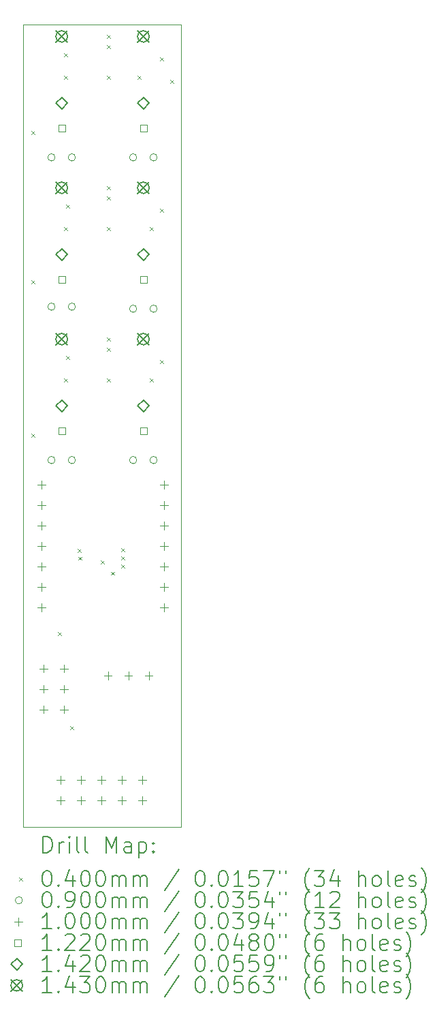
<source format=gbr>
%FSLAX45Y45*%
G04 Gerber Fmt 4.5, Leading zero omitted, Abs format (unit mm)*
G04 Created by KiCad (PCBNEW (6.0.0)) date 2022-06-27 08:37:16*
%MOMM*%
%LPD*%
G01*
G04 APERTURE LIST*
%TA.AperFunction,Profile*%
%ADD10C,0.100000*%
%TD*%
%ADD11C,0.200000*%
%ADD12C,0.040000*%
%ADD13C,0.090000*%
%ADD14C,0.100000*%
%ADD15C,0.122000*%
%ADD16C,0.142000*%
%ADD17C,0.143000*%
G04 APERTURE END LIST*
D10*
X14360805Y-13906500D02*
X16329305Y-13906500D01*
X16329305Y-13906500D02*
X16329305Y-3937000D01*
X16329305Y-3937000D02*
X14360805Y-3937000D01*
X14360805Y-3937000D02*
X14360805Y-13906500D01*
D11*
D12*
X14467805Y-5263200D02*
X14507805Y-5303200D01*
X14507805Y-5263200D02*
X14467805Y-5303200D01*
X14467805Y-7117400D02*
X14507805Y-7157400D01*
X14507805Y-7117400D02*
X14467805Y-7157400D01*
X14467805Y-9022400D02*
X14507805Y-9062400D01*
X14507805Y-9022400D02*
X14467805Y-9062400D01*
X14798005Y-11486200D02*
X14838005Y-11526200D01*
X14838005Y-11486200D02*
X14798005Y-11526200D01*
X14874205Y-4298000D02*
X14914205Y-4338000D01*
X14914205Y-4298000D02*
X14874205Y-4338000D01*
X14874205Y-4577400D02*
X14914205Y-4617400D01*
X14914205Y-4577400D02*
X14874205Y-4617400D01*
X14874205Y-6457000D02*
X14914205Y-6497000D01*
X14914205Y-6457000D02*
X14874205Y-6497000D01*
X14874205Y-8336600D02*
X14914205Y-8376600D01*
X14914205Y-8336600D02*
X14874205Y-8376600D01*
X14899605Y-6177600D02*
X14939605Y-6217600D01*
X14939605Y-6177600D02*
X14899605Y-6217600D01*
X14899605Y-8057200D02*
X14939605Y-8097200D01*
X14939605Y-8057200D02*
X14899605Y-8097200D01*
X14950405Y-12654600D02*
X14990405Y-12694600D01*
X14990405Y-12654600D02*
X14950405Y-12694600D01*
X15044667Y-10448118D02*
X15084667Y-10488118D01*
X15084667Y-10448118D02*
X15044667Y-10488118D01*
X15052109Y-10547791D02*
X15092109Y-10587791D01*
X15092109Y-10547791D02*
X15052109Y-10587791D01*
X15331405Y-10597200D02*
X15371405Y-10637200D01*
X15371405Y-10597200D02*
X15331405Y-10637200D01*
X15407605Y-4067832D02*
X15447605Y-4107832D01*
X15447605Y-4067832D02*
X15407605Y-4107832D01*
X15407605Y-4196400D02*
X15447605Y-4236400D01*
X15447605Y-4196400D02*
X15407605Y-4236400D01*
X15407605Y-4577400D02*
X15447605Y-4617400D01*
X15447605Y-4577400D02*
X15407605Y-4617400D01*
X15407605Y-5949000D02*
X15447605Y-5989000D01*
X15447605Y-5949000D02*
X15407605Y-5989000D01*
X15407605Y-6076000D02*
X15447605Y-6116000D01*
X15447605Y-6076000D02*
X15407605Y-6116000D01*
X15407605Y-6457000D02*
X15447605Y-6497000D01*
X15447605Y-6457000D02*
X15407605Y-6497000D01*
X15407605Y-7828600D02*
X15447605Y-7868600D01*
X15447605Y-7828600D02*
X15407605Y-7868600D01*
X15407605Y-7955600D02*
X15447605Y-7995600D01*
X15447605Y-7955600D02*
X15407605Y-7995600D01*
X15407605Y-8336600D02*
X15447605Y-8376600D01*
X15447605Y-8336600D02*
X15407605Y-8376600D01*
X15458405Y-10734300D02*
X15498405Y-10774300D01*
X15498405Y-10734300D02*
X15458405Y-10774300D01*
X15585405Y-10444800D02*
X15625405Y-10484800D01*
X15625405Y-10444800D02*
X15585405Y-10484800D01*
X15585405Y-10546400D02*
X15625405Y-10586400D01*
X15625405Y-10546400D02*
X15585405Y-10586400D01*
X15585405Y-10648000D02*
X15625405Y-10688000D01*
X15625405Y-10648000D02*
X15585405Y-10688000D01*
X15788605Y-4577400D02*
X15828605Y-4617400D01*
X15828605Y-4577400D02*
X15788605Y-4617400D01*
X15940575Y-8336170D02*
X15980575Y-8376170D01*
X15980575Y-8336170D02*
X15940575Y-8376170D01*
X15941005Y-6457000D02*
X15981005Y-6497000D01*
X15981005Y-6457000D02*
X15941005Y-6497000D01*
X16068005Y-4348800D02*
X16108005Y-4388800D01*
X16108005Y-4348800D02*
X16068005Y-4388800D01*
X16068005Y-6228400D02*
X16108005Y-6268400D01*
X16108005Y-6228400D02*
X16068005Y-6268400D01*
X16068005Y-8108000D02*
X16108005Y-8148000D01*
X16108005Y-8108000D02*
X16068005Y-8148000D01*
X16195005Y-4628200D02*
X16235005Y-4668200D01*
X16235005Y-4628200D02*
X16195005Y-4668200D01*
D13*
X14760905Y-5588000D02*
G75*
G03*
X14760905Y-5588000I-45000J0D01*
G01*
X14760905Y-7442200D02*
G75*
G03*
X14760905Y-7442200I-45000J0D01*
G01*
X14760905Y-9347200D02*
G75*
G03*
X14760905Y-9347200I-45000J0D01*
G01*
X15014905Y-5588000D02*
G75*
G03*
X15014905Y-5588000I-45000J0D01*
G01*
X15014905Y-7442200D02*
G75*
G03*
X15014905Y-7442200I-45000J0D01*
G01*
X15014905Y-9347200D02*
G75*
G03*
X15014905Y-9347200I-45000J0D01*
G01*
X15776905Y-5588000D02*
G75*
G03*
X15776905Y-5588000I-45000J0D01*
G01*
X15776905Y-7467600D02*
G75*
G03*
X15776905Y-7467600I-45000J0D01*
G01*
X15776905Y-9347200D02*
G75*
G03*
X15776905Y-9347200I-45000J0D01*
G01*
X16030905Y-5588000D02*
G75*
G03*
X16030905Y-5588000I-45000J0D01*
G01*
X16030905Y-7467600D02*
G75*
G03*
X16030905Y-7467600I-45000J0D01*
G01*
X16030905Y-9347200D02*
G75*
G03*
X16030905Y-9347200I-45000J0D01*
G01*
D14*
X14589405Y-9602000D02*
X14589405Y-9702000D01*
X14539405Y-9652000D02*
X14639405Y-9652000D01*
X14589405Y-9856000D02*
X14589405Y-9956000D01*
X14539405Y-9906000D02*
X14639405Y-9906000D01*
X14589405Y-10110000D02*
X14589405Y-10210000D01*
X14539405Y-10160000D02*
X14639405Y-10160000D01*
X14589405Y-10364000D02*
X14589405Y-10464000D01*
X14539405Y-10414000D02*
X14639405Y-10414000D01*
X14589405Y-10618000D02*
X14589405Y-10718000D01*
X14539405Y-10668000D02*
X14639405Y-10668000D01*
X14589405Y-10872000D02*
X14589405Y-10972000D01*
X14539405Y-10922000D02*
X14639405Y-10922000D01*
X14589405Y-11126000D02*
X14589405Y-11226000D01*
X14539405Y-11176000D02*
X14639405Y-11176000D01*
X14615305Y-11886500D02*
X14615305Y-11986500D01*
X14565305Y-11936500D02*
X14665305Y-11936500D01*
X14615305Y-12140500D02*
X14615305Y-12240500D01*
X14565305Y-12190500D02*
X14665305Y-12190500D01*
X14615305Y-12394500D02*
X14615305Y-12494500D01*
X14565305Y-12444500D02*
X14665305Y-12444500D01*
X14830705Y-13271350D02*
X14830705Y-13371350D01*
X14780705Y-13321350D02*
X14880705Y-13321350D01*
X14830705Y-13525350D02*
X14830705Y-13625350D01*
X14780705Y-13575350D02*
X14880705Y-13575350D01*
X14869305Y-11886500D02*
X14869305Y-11986500D01*
X14819305Y-11936500D02*
X14919305Y-11936500D01*
X14869305Y-12140500D02*
X14869305Y-12240500D01*
X14819305Y-12190500D02*
X14919305Y-12190500D01*
X14869305Y-12394500D02*
X14869305Y-12494500D01*
X14819305Y-12444500D02*
X14919305Y-12444500D01*
X15084705Y-13271350D02*
X15084705Y-13371350D01*
X15034705Y-13321350D02*
X15134705Y-13321350D01*
X15084705Y-13525350D02*
X15084705Y-13625350D01*
X15034705Y-13575350D02*
X15134705Y-13575350D01*
X15338705Y-13271350D02*
X15338705Y-13371350D01*
X15288705Y-13321350D02*
X15388705Y-13321350D01*
X15338705Y-13525350D02*
X15338705Y-13625350D01*
X15288705Y-13575350D02*
X15388705Y-13575350D01*
X15418305Y-11972050D02*
X15418305Y-12072050D01*
X15368305Y-12022050D02*
X15468305Y-12022050D01*
X15592705Y-13271350D02*
X15592705Y-13371350D01*
X15542705Y-13321350D02*
X15642705Y-13321350D01*
X15592705Y-13525350D02*
X15592705Y-13625350D01*
X15542705Y-13575350D02*
X15642705Y-13575350D01*
X15672305Y-11972050D02*
X15672305Y-12072050D01*
X15622305Y-12022050D02*
X15722305Y-12022050D01*
X15846705Y-13271350D02*
X15846705Y-13371350D01*
X15796705Y-13321350D02*
X15896705Y-13321350D01*
X15846705Y-13525350D02*
X15846705Y-13625350D01*
X15796705Y-13575350D02*
X15896705Y-13575350D01*
X15926305Y-11972050D02*
X15926305Y-12072050D01*
X15876305Y-12022050D02*
X15976305Y-12022050D01*
X16113405Y-9602000D02*
X16113405Y-9702000D01*
X16063405Y-9652000D02*
X16163405Y-9652000D01*
X16113405Y-9856000D02*
X16113405Y-9956000D01*
X16063405Y-9906000D02*
X16163405Y-9906000D01*
X16113405Y-10110000D02*
X16113405Y-10210000D01*
X16063405Y-10160000D02*
X16163405Y-10160000D01*
X16113405Y-10364000D02*
X16113405Y-10464000D01*
X16063405Y-10414000D02*
X16163405Y-10414000D01*
X16113405Y-10618000D02*
X16113405Y-10718000D01*
X16063405Y-10668000D02*
X16163405Y-10668000D01*
X16113405Y-10872000D02*
X16113405Y-10972000D01*
X16063405Y-10922000D02*
X16163405Y-10922000D01*
X16113405Y-11126000D02*
X16113405Y-11226000D01*
X16063405Y-11176000D02*
X16163405Y-11176000D01*
D15*
X14886539Y-5269334D02*
X14886539Y-5183066D01*
X14800271Y-5183066D01*
X14800271Y-5269334D01*
X14886539Y-5269334D01*
X14886539Y-7148934D02*
X14886539Y-7062666D01*
X14800271Y-7062666D01*
X14800271Y-7148934D01*
X14886539Y-7148934D01*
X14886539Y-9028534D02*
X14886539Y-8942266D01*
X14800271Y-8942266D01*
X14800271Y-9028534D01*
X14886539Y-9028534D01*
X15902539Y-5269334D02*
X15902539Y-5183066D01*
X15816271Y-5183066D01*
X15816271Y-5269334D01*
X15902539Y-5269334D01*
X15902539Y-7148934D02*
X15902539Y-7062666D01*
X15816271Y-7062666D01*
X15816271Y-7148934D01*
X15902539Y-7148934D01*
X15902539Y-9028534D02*
X15902539Y-8942266D01*
X15816271Y-8942266D01*
X15816271Y-9028534D01*
X15902539Y-9028534D01*
D16*
X14843405Y-4987200D02*
X14914405Y-4916200D01*
X14843405Y-4845200D01*
X14772405Y-4916200D01*
X14843405Y-4987200D01*
X14843405Y-6866800D02*
X14914405Y-6795800D01*
X14843405Y-6724800D01*
X14772405Y-6795800D01*
X14843405Y-6866800D01*
X14843405Y-8746400D02*
X14914405Y-8675400D01*
X14843405Y-8604400D01*
X14772405Y-8675400D01*
X14843405Y-8746400D01*
X15859405Y-4987200D02*
X15930405Y-4916200D01*
X15859405Y-4845200D01*
X15788405Y-4916200D01*
X15859405Y-4987200D01*
X15859405Y-6866800D02*
X15930405Y-6795800D01*
X15859405Y-6724800D01*
X15788405Y-6795800D01*
X15859405Y-6866800D01*
X15859405Y-8746400D02*
X15930405Y-8675400D01*
X15859405Y-8604400D01*
X15788405Y-8675400D01*
X15859405Y-8746400D01*
D17*
X14771905Y-4014700D02*
X14914905Y-4157700D01*
X14914905Y-4014700D02*
X14771905Y-4157700D01*
X14914905Y-4086200D02*
G75*
G03*
X14914905Y-4086200I-71500J0D01*
G01*
X14771905Y-5894300D02*
X14914905Y-6037300D01*
X14914905Y-5894300D02*
X14771905Y-6037300D01*
X14914905Y-5965800D02*
G75*
G03*
X14914905Y-5965800I-71500J0D01*
G01*
X14771905Y-7773900D02*
X14914905Y-7916900D01*
X14914905Y-7773900D02*
X14771905Y-7916900D01*
X14914905Y-7845400D02*
G75*
G03*
X14914905Y-7845400I-71500J0D01*
G01*
X15787905Y-4014700D02*
X15930905Y-4157700D01*
X15930905Y-4014700D02*
X15787905Y-4157700D01*
X15930905Y-4086200D02*
G75*
G03*
X15930905Y-4086200I-71500J0D01*
G01*
X15787905Y-5894300D02*
X15930905Y-6037300D01*
X15930905Y-5894300D02*
X15787905Y-6037300D01*
X15930905Y-5965800D02*
G75*
G03*
X15930905Y-5965800I-71500J0D01*
G01*
X15787905Y-7773900D02*
X15930905Y-7916900D01*
X15930905Y-7773900D02*
X15787905Y-7916900D01*
X15930905Y-7845400D02*
G75*
G03*
X15930905Y-7845400I-71500J0D01*
G01*
D11*
X14613424Y-14221976D02*
X14613424Y-14021976D01*
X14661043Y-14021976D01*
X14689614Y-14031500D01*
X14708662Y-14050548D01*
X14718186Y-14069595D01*
X14727709Y-14107690D01*
X14727709Y-14136262D01*
X14718186Y-14174357D01*
X14708662Y-14193405D01*
X14689614Y-14212452D01*
X14661043Y-14221976D01*
X14613424Y-14221976D01*
X14813424Y-14221976D02*
X14813424Y-14088643D01*
X14813424Y-14126738D02*
X14822948Y-14107690D01*
X14832471Y-14098167D01*
X14851519Y-14088643D01*
X14870567Y-14088643D01*
X14937233Y-14221976D02*
X14937233Y-14088643D01*
X14937233Y-14021976D02*
X14927709Y-14031500D01*
X14937233Y-14041024D01*
X14946757Y-14031500D01*
X14937233Y-14021976D01*
X14937233Y-14041024D01*
X15061043Y-14221976D02*
X15041995Y-14212452D01*
X15032471Y-14193405D01*
X15032471Y-14021976D01*
X15165805Y-14221976D02*
X15146757Y-14212452D01*
X15137233Y-14193405D01*
X15137233Y-14021976D01*
X15394376Y-14221976D02*
X15394376Y-14021976D01*
X15461043Y-14164833D01*
X15527709Y-14021976D01*
X15527709Y-14221976D01*
X15708662Y-14221976D02*
X15708662Y-14117214D01*
X15699138Y-14098167D01*
X15680090Y-14088643D01*
X15641995Y-14088643D01*
X15622948Y-14098167D01*
X15708662Y-14212452D02*
X15689614Y-14221976D01*
X15641995Y-14221976D01*
X15622948Y-14212452D01*
X15613424Y-14193405D01*
X15613424Y-14174357D01*
X15622948Y-14155309D01*
X15641995Y-14145786D01*
X15689614Y-14145786D01*
X15708662Y-14136262D01*
X15803900Y-14088643D02*
X15803900Y-14288643D01*
X15803900Y-14098167D02*
X15822948Y-14088643D01*
X15861043Y-14088643D01*
X15880090Y-14098167D01*
X15889614Y-14107690D01*
X15899138Y-14126738D01*
X15899138Y-14183881D01*
X15889614Y-14202928D01*
X15880090Y-14212452D01*
X15861043Y-14221976D01*
X15822948Y-14221976D01*
X15803900Y-14212452D01*
X15984852Y-14202928D02*
X15994376Y-14212452D01*
X15984852Y-14221976D01*
X15975329Y-14212452D01*
X15984852Y-14202928D01*
X15984852Y-14221976D01*
X15984852Y-14098167D02*
X15994376Y-14107690D01*
X15984852Y-14117214D01*
X15975329Y-14107690D01*
X15984852Y-14098167D01*
X15984852Y-14117214D01*
D12*
X14315805Y-14531500D02*
X14355805Y-14571500D01*
X14355805Y-14531500D02*
X14315805Y-14571500D01*
D11*
X14651519Y-14441976D02*
X14670567Y-14441976D01*
X14689614Y-14451500D01*
X14699138Y-14461024D01*
X14708662Y-14480071D01*
X14718186Y-14518167D01*
X14718186Y-14565786D01*
X14708662Y-14603881D01*
X14699138Y-14622928D01*
X14689614Y-14632452D01*
X14670567Y-14641976D01*
X14651519Y-14641976D01*
X14632471Y-14632452D01*
X14622948Y-14622928D01*
X14613424Y-14603881D01*
X14603900Y-14565786D01*
X14603900Y-14518167D01*
X14613424Y-14480071D01*
X14622948Y-14461024D01*
X14632471Y-14451500D01*
X14651519Y-14441976D01*
X14803900Y-14622928D02*
X14813424Y-14632452D01*
X14803900Y-14641976D01*
X14794376Y-14632452D01*
X14803900Y-14622928D01*
X14803900Y-14641976D01*
X14984852Y-14508643D02*
X14984852Y-14641976D01*
X14937233Y-14432452D02*
X14889614Y-14575309D01*
X15013424Y-14575309D01*
X15127709Y-14441976D02*
X15146757Y-14441976D01*
X15165805Y-14451500D01*
X15175329Y-14461024D01*
X15184852Y-14480071D01*
X15194376Y-14518167D01*
X15194376Y-14565786D01*
X15184852Y-14603881D01*
X15175329Y-14622928D01*
X15165805Y-14632452D01*
X15146757Y-14641976D01*
X15127709Y-14641976D01*
X15108662Y-14632452D01*
X15099138Y-14622928D01*
X15089614Y-14603881D01*
X15080090Y-14565786D01*
X15080090Y-14518167D01*
X15089614Y-14480071D01*
X15099138Y-14461024D01*
X15108662Y-14451500D01*
X15127709Y-14441976D01*
X15318186Y-14441976D02*
X15337233Y-14441976D01*
X15356281Y-14451500D01*
X15365805Y-14461024D01*
X15375329Y-14480071D01*
X15384852Y-14518167D01*
X15384852Y-14565786D01*
X15375329Y-14603881D01*
X15365805Y-14622928D01*
X15356281Y-14632452D01*
X15337233Y-14641976D01*
X15318186Y-14641976D01*
X15299138Y-14632452D01*
X15289614Y-14622928D01*
X15280090Y-14603881D01*
X15270567Y-14565786D01*
X15270567Y-14518167D01*
X15280090Y-14480071D01*
X15289614Y-14461024D01*
X15299138Y-14451500D01*
X15318186Y-14441976D01*
X15470567Y-14641976D02*
X15470567Y-14508643D01*
X15470567Y-14527690D02*
X15480090Y-14518167D01*
X15499138Y-14508643D01*
X15527709Y-14508643D01*
X15546757Y-14518167D01*
X15556281Y-14537214D01*
X15556281Y-14641976D01*
X15556281Y-14537214D02*
X15565805Y-14518167D01*
X15584852Y-14508643D01*
X15613424Y-14508643D01*
X15632471Y-14518167D01*
X15641995Y-14537214D01*
X15641995Y-14641976D01*
X15737233Y-14641976D02*
X15737233Y-14508643D01*
X15737233Y-14527690D02*
X15746757Y-14518167D01*
X15765805Y-14508643D01*
X15794376Y-14508643D01*
X15813424Y-14518167D01*
X15822948Y-14537214D01*
X15822948Y-14641976D01*
X15822948Y-14537214D02*
X15832471Y-14518167D01*
X15851519Y-14508643D01*
X15880090Y-14508643D01*
X15899138Y-14518167D01*
X15908662Y-14537214D01*
X15908662Y-14641976D01*
X16299138Y-14432452D02*
X16127709Y-14689595D01*
X16556281Y-14441976D02*
X16575329Y-14441976D01*
X16594376Y-14451500D01*
X16603900Y-14461024D01*
X16613424Y-14480071D01*
X16622948Y-14518167D01*
X16622948Y-14565786D01*
X16613424Y-14603881D01*
X16603900Y-14622928D01*
X16594376Y-14632452D01*
X16575329Y-14641976D01*
X16556281Y-14641976D01*
X16537233Y-14632452D01*
X16527709Y-14622928D01*
X16518186Y-14603881D01*
X16508662Y-14565786D01*
X16508662Y-14518167D01*
X16518186Y-14480071D01*
X16527709Y-14461024D01*
X16537233Y-14451500D01*
X16556281Y-14441976D01*
X16708662Y-14622928D02*
X16718186Y-14632452D01*
X16708662Y-14641976D01*
X16699138Y-14632452D01*
X16708662Y-14622928D01*
X16708662Y-14641976D01*
X16841995Y-14441976D02*
X16861043Y-14441976D01*
X16880091Y-14451500D01*
X16889614Y-14461024D01*
X16899138Y-14480071D01*
X16908662Y-14518167D01*
X16908662Y-14565786D01*
X16899138Y-14603881D01*
X16889614Y-14622928D01*
X16880091Y-14632452D01*
X16861043Y-14641976D01*
X16841995Y-14641976D01*
X16822948Y-14632452D01*
X16813424Y-14622928D01*
X16803900Y-14603881D01*
X16794376Y-14565786D01*
X16794376Y-14518167D01*
X16803900Y-14480071D01*
X16813424Y-14461024D01*
X16822948Y-14451500D01*
X16841995Y-14441976D01*
X17099138Y-14641976D02*
X16984852Y-14641976D01*
X17041995Y-14641976D02*
X17041995Y-14441976D01*
X17022948Y-14470548D01*
X17003900Y-14489595D01*
X16984852Y-14499119D01*
X17280091Y-14441976D02*
X17184852Y-14441976D01*
X17175329Y-14537214D01*
X17184852Y-14527690D01*
X17203900Y-14518167D01*
X17251519Y-14518167D01*
X17270567Y-14527690D01*
X17280091Y-14537214D01*
X17289614Y-14556262D01*
X17289614Y-14603881D01*
X17280091Y-14622928D01*
X17270567Y-14632452D01*
X17251519Y-14641976D01*
X17203900Y-14641976D01*
X17184852Y-14632452D01*
X17175329Y-14622928D01*
X17356281Y-14441976D02*
X17489614Y-14441976D01*
X17403900Y-14641976D01*
X17556281Y-14441976D02*
X17556281Y-14480071D01*
X17632471Y-14441976D02*
X17632471Y-14480071D01*
X17927710Y-14718167D02*
X17918186Y-14708643D01*
X17899138Y-14680071D01*
X17889614Y-14661024D01*
X17880091Y-14632452D01*
X17870567Y-14584833D01*
X17870567Y-14546738D01*
X17880091Y-14499119D01*
X17889614Y-14470548D01*
X17899138Y-14451500D01*
X17918186Y-14422928D01*
X17927710Y-14413405D01*
X17984852Y-14441976D02*
X18108662Y-14441976D01*
X18041995Y-14518167D01*
X18070567Y-14518167D01*
X18089614Y-14527690D01*
X18099138Y-14537214D01*
X18108662Y-14556262D01*
X18108662Y-14603881D01*
X18099138Y-14622928D01*
X18089614Y-14632452D01*
X18070567Y-14641976D01*
X18013424Y-14641976D01*
X17994376Y-14632452D01*
X17984852Y-14622928D01*
X18280091Y-14508643D02*
X18280091Y-14641976D01*
X18232471Y-14432452D02*
X18184852Y-14575309D01*
X18308662Y-14575309D01*
X18537233Y-14641976D02*
X18537233Y-14441976D01*
X18622948Y-14641976D02*
X18622948Y-14537214D01*
X18613424Y-14518167D01*
X18594376Y-14508643D01*
X18565805Y-14508643D01*
X18546757Y-14518167D01*
X18537233Y-14527690D01*
X18746757Y-14641976D02*
X18727710Y-14632452D01*
X18718186Y-14622928D01*
X18708662Y-14603881D01*
X18708662Y-14546738D01*
X18718186Y-14527690D01*
X18727710Y-14518167D01*
X18746757Y-14508643D01*
X18775329Y-14508643D01*
X18794376Y-14518167D01*
X18803900Y-14527690D01*
X18813424Y-14546738D01*
X18813424Y-14603881D01*
X18803900Y-14622928D01*
X18794376Y-14632452D01*
X18775329Y-14641976D01*
X18746757Y-14641976D01*
X18927710Y-14641976D02*
X18908662Y-14632452D01*
X18899138Y-14613405D01*
X18899138Y-14441976D01*
X19080091Y-14632452D02*
X19061043Y-14641976D01*
X19022948Y-14641976D01*
X19003900Y-14632452D01*
X18994376Y-14613405D01*
X18994376Y-14537214D01*
X19003900Y-14518167D01*
X19022948Y-14508643D01*
X19061043Y-14508643D01*
X19080091Y-14518167D01*
X19089614Y-14537214D01*
X19089614Y-14556262D01*
X18994376Y-14575309D01*
X19165805Y-14632452D02*
X19184852Y-14641976D01*
X19222948Y-14641976D01*
X19241995Y-14632452D01*
X19251519Y-14613405D01*
X19251519Y-14603881D01*
X19241995Y-14584833D01*
X19222948Y-14575309D01*
X19194376Y-14575309D01*
X19175329Y-14565786D01*
X19165805Y-14546738D01*
X19165805Y-14537214D01*
X19175329Y-14518167D01*
X19194376Y-14508643D01*
X19222948Y-14508643D01*
X19241995Y-14518167D01*
X19318186Y-14718167D02*
X19327710Y-14708643D01*
X19346757Y-14680071D01*
X19356281Y-14661024D01*
X19365805Y-14632452D01*
X19375329Y-14584833D01*
X19375329Y-14546738D01*
X19365805Y-14499119D01*
X19356281Y-14470548D01*
X19346757Y-14451500D01*
X19327710Y-14422928D01*
X19318186Y-14413405D01*
D13*
X14355805Y-14815500D02*
G75*
G03*
X14355805Y-14815500I-45000J0D01*
G01*
D11*
X14651519Y-14705976D02*
X14670567Y-14705976D01*
X14689614Y-14715500D01*
X14699138Y-14725024D01*
X14708662Y-14744071D01*
X14718186Y-14782167D01*
X14718186Y-14829786D01*
X14708662Y-14867881D01*
X14699138Y-14886928D01*
X14689614Y-14896452D01*
X14670567Y-14905976D01*
X14651519Y-14905976D01*
X14632471Y-14896452D01*
X14622948Y-14886928D01*
X14613424Y-14867881D01*
X14603900Y-14829786D01*
X14603900Y-14782167D01*
X14613424Y-14744071D01*
X14622948Y-14725024D01*
X14632471Y-14715500D01*
X14651519Y-14705976D01*
X14803900Y-14886928D02*
X14813424Y-14896452D01*
X14803900Y-14905976D01*
X14794376Y-14896452D01*
X14803900Y-14886928D01*
X14803900Y-14905976D01*
X14908662Y-14905976D02*
X14946757Y-14905976D01*
X14965805Y-14896452D01*
X14975329Y-14886928D01*
X14994376Y-14858357D01*
X15003900Y-14820262D01*
X15003900Y-14744071D01*
X14994376Y-14725024D01*
X14984852Y-14715500D01*
X14965805Y-14705976D01*
X14927709Y-14705976D01*
X14908662Y-14715500D01*
X14899138Y-14725024D01*
X14889614Y-14744071D01*
X14889614Y-14791690D01*
X14899138Y-14810738D01*
X14908662Y-14820262D01*
X14927709Y-14829786D01*
X14965805Y-14829786D01*
X14984852Y-14820262D01*
X14994376Y-14810738D01*
X15003900Y-14791690D01*
X15127709Y-14705976D02*
X15146757Y-14705976D01*
X15165805Y-14715500D01*
X15175329Y-14725024D01*
X15184852Y-14744071D01*
X15194376Y-14782167D01*
X15194376Y-14829786D01*
X15184852Y-14867881D01*
X15175329Y-14886928D01*
X15165805Y-14896452D01*
X15146757Y-14905976D01*
X15127709Y-14905976D01*
X15108662Y-14896452D01*
X15099138Y-14886928D01*
X15089614Y-14867881D01*
X15080090Y-14829786D01*
X15080090Y-14782167D01*
X15089614Y-14744071D01*
X15099138Y-14725024D01*
X15108662Y-14715500D01*
X15127709Y-14705976D01*
X15318186Y-14705976D02*
X15337233Y-14705976D01*
X15356281Y-14715500D01*
X15365805Y-14725024D01*
X15375329Y-14744071D01*
X15384852Y-14782167D01*
X15384852Y-14829786D01*
X15375329Y-14867881D01*
X15365805Y-14886928D01*
X15356281Y-14896452D01*
X15337233Y-14905976D01*
X15318186Y-14905976D01*
X15299138Y-14896452D01*
X15289614Y-14886928D01*
X15280090Y-14867881D01*
X15270567Y-14829786D01*
X15270567Y-14782167D01*
X15280090Y-14744071D01*
X15289614Y-14725024D01*
X15299138Y-14715500D01*
X15318186Y-14705976D01*
X15470567Y-14905976D02*
X15470567Y-14772643D01*
X15470567Y-14791690D02*
X15480090Y-14782167D01*
X15499138Y-14772643D01*
X15527709Y-14772643D01*
X15546757Y-14782167D01*
X15556281Y-14801214D01*
X15556281Y-14905976D01*
X15556281Y-14801214D02*
X15565805Y-14782167D01*
X15584852Y-14772643D01*
X15613424Y-14772643D01*
X15632471Y-14782167D01*
X15641995Y-14801214D01*
X15641995Y-14905976D01*
X15737233Y-14905976D02*
X15737233Y-14772643D01*
X15737233Y-14791690D02*
X15746757Y-14782167D01*
X15765805Y-14772643D01*
X15794376Y-14772643D01*
X15813424Y-14782167D01*
X15822948Y-14801214D01*
X15822948Y-14905976D01*
X15822948Y-14801214D02*
X15832471Y-14782167D01*
X15851519Y-14772643D01*
X15880090Y-14772643D01*
X15899138Y-14782167D01*
X15908662Y-14801214D01*
X15908662Y-14905976D01*
X16299138Y-14696452D02*
X16127709Y-14953595D01*
X16556281Y-14705976D02*
X16575329Y-14705976D01*
X16594376Y-14715500D01*
X16603900Y-14725024D01*
X16613424Y-14744071D01*
X16622948Y-14782167D01*
X16622948Y-14829786D01*
X16613424Y-14867881D01*
X16603900Y-14886928D01*
X16594376Y-14896452D01*
X16575329Y-14905976D01*
X16556281Y-14905976D01*
X16537233Y-14896452D01*
X16527709Y-14886928D01*
X16518186Y-14867881D01*
X16508662Y-14829786D01*
X16508662Y-14782167D01*
X16518186Y-14744071D01*
X16527709Y-14725024D01*
X16537233Y-14715500D01*
X16556281Y-14705976D01*
X16708662Y-14886928D02*
X16718186Y-14896452D01*
X16708662Y-14905976D01*
X16699138Y-14896452D01*
X16708662Y-14886928D01*
X16708662Y-14905976D01*
X16841995Y-14705976D02*
X16861043Y-14705976D01*
X16880091Y-14715500D01*
X16889614Y-14725024D01*
X16899138Y-14744071D01*
X16908662Y-14782167D01*
X16908662Y-14829786D01*
X16899138Y-14867881D01*
X16889614Y-14886928D01*
X16880091Y-14896452D01*
X16861043Y-14905976D01*
X16841995Y-14905976D01*
X16822948Y-14896452D01*
X16813424Y-14886928D01*
X16803900Y-14867881D01*
X16794376Y-14829786D01*
X16794376Y-14782167D01*
X16803900Y-14744071D01*
X16813424Y-14725024D01*
X16822948Y-14715500D01*
X16841995Y-14705976D01*
X16975329Y-14705976D02*
X17099138Y-14705976D01*
X17032471Y-14782167D01*
X17061043Y-14782167D01*
X17080091Y-14791690D01*
X17089614Y-14801214D01*
X17099138Y-14820262D01*
X17099138Y-14867881D01*
X17089614Y-14886928D01*
X17080091Y-14896452D01*
X17061043Y-14905976D01*
X17003900Y-14905976D01*
X16984852Y-14896452D01*
X16975329Y-14886928D01*
X17280091Y-14705976D02*
X17184852Y-14705976D01*
X17175329Y-14801214D01*
X17184852Y-14791690D01*
X17203900Y-14782167D01*
X17251519Y-14782167D01*
X17270567Y-14791690D01*
X17280091Y-14801214D01*
X17289614Y-14820262D01*
X17289614Y-14867881D01*
X17280091Y-14886928D01*
X17270567Y-14896452D01*
X17251519Y-14905976D01*
X17203900Y-14905976D01*
X17184852Y-14896452D01*
X17175329Y-14886928D01*
X17461043Y-14772643D02*
X17461043Y-14905976D01*
X17413424Y-14696452D02*
X17365805Y-14839309D01*
X17489614Y-14839309D01*
X17556281Y-14705976D02*
X17556281Y-14744071D01*
X17632471Y-14705976D02*
X17632471Y-14744071D01*
X17927710Y-14982167D02*
X17918186Y-14972643D01*
X17899138Y-14944071D01*
X17889614Y-14925024D01*
X17880091Y-14896452D01*
X17870567Y-14848833D01*
X17870567Y-14810738D01*
X17880091Y-14763119D01*
X17889614Y-14734548D01*
X17899138Y-14715500D01*
X17918186Y-14686928D01*
X17927710Y-14677405D01*
X18108662Y-14905976D02*
X17994376Y-14905976D01*
X18051519Y-14905976D02*
X18051519Y-14705976D01*
X18032471Y-14734548D01*
X18013424Y-14753595D01*
X17994376Y-14763119D01*
X18184852Y-14725024D02*
X18194376Y-14715500D01*
X18213424Y-14705976D01*
X18261043Y-14705976D01*
X18280091Y-14715500D01*
X18289614Y-14725024D01*
X18299138Y-14744071D01*
X18299138Y-14763119D01*
X18289614Y-14791690D01*
X18175329Y-14905976D01*
X18299138Y-14905976D01*
X18537233Y-14905976D02*
X18537233Y-14705976D01*
X18622948Y-14905976D02*
X18622948Y-14801214D01*
X18613424Y-14782167D01*
X18594376Y-14772643D01*
X18565805Y-14772643D01*
X18546757Y-14782167D01*
X18537233Y-14791690D01*
X18746757Y-14905976D02*
X18727710Y-14896452D01*
X18718186Y-14886928D01*
X18708662Y-14867881D01*
X18708662Y-14810738D01*
X18718186Y-14791690D01*
X18727710Y-14782167D01*
X18746757Y-14772643D01*
X18775329Y-14772643D01*
X18794376Y-14782167D01*
X18803900Y-14791690D01*
X18813424Y-14810738D01*
X18813424Y-14867881D01*
X18803900Y-14886928D01*
X18794376Y-14896452D01*
X18775329Y-14905976D01*
X18746757Y-14905976D01*
X18927710Y-14905976D02*
X18908662Y-14896452D01*
X18899138Y-14877405D01*
X18899138Y-14705976D01*
X19080091Y-14896452D02*
X19061043Y-14905976D01*
X19022948Y-14905976D01*
X19003900Y-14896452D01*
X18994376Y-14877405D01*
X18994376Y-14801214D01*
X19003900Y-14782167D01*
X19022948Y-14772643D01*
X19061043Y-14772643D01*
X19080091Y-14782167D01*
X19089614Y-14801214D01*
X19089614Y-14820262D01*
X18994376Y-14839309D01*
X19165805Y-14896452D02*
X19184852Y-14905976D01*
X19222948Y-14905976D01*
X19241995Y-14896452D01*
X19251519Y-14877405D01*
X19251519Y-14867881D01*
X19241995Y-14848833D01*
X19222948Y-14839309D01*
X19194376Y-14839309D01*
X19175329Y-14829786D01*
X19165805Y-14810738D01*
X19165805Y-14801214D01*
X19175329Y-14782167D01*
X19194376Y-14772643D01*
X19222948Y-14772643D01*
X19241995Y-14782167D01*
X19318186Y-14982167D02*
X19327710Y-14972643D01*
X19346757Y-14944071D01*
X19356281Y-14925024D01*
X19365805Y-14896452D01*
X19375329Y-14848833D01*
X19375329Y-14810738D01*
X19365805Y-14763119D01*
X19356281Y-14734548D01*
X19346757Y-14715500D01*
X19327710Y-14686928D01*
X19318186Y-14677405D01*
D14*
X14305805Y-15029500D02*
X14305805Y-15129500D01*
X14255805Y-15079500D02*
X14355805Y-15079500D01*
D11*
X14718186Y-15169976D02*
X14603900Y-15169976D01*
X14661043Y-15169976D02*
X14661043Y-14969976D01*
X14641995Y-14998548D01*
X14622948Y-15017595D01*
X14603900Y-15027119D01*
X14803900Y-15150928D02*
X14813424Y-15160452D01*
X14803900Y-15169976D01*
X14794376Y-15160452D01*
X14803900Y-15150928D01*
X14803900Y-15169976D01*
X14937233Y-14969976D02*
X14956281Y-14969976D01*
X14975329Y-14979500D01*
X14984852Y-14989024D01*
X14994376Y-15008071D01*
X15003900Y-15046167D01*
X15003900Y-15093786D01*
X14994376Y-15131881D01*
X14984852Y-15150928D01*
X14975329Y-15160452D01*
X14956281Y-15169976D01*
X14937233Y-15169976D01*
X14918186Y-15160452D01*
X14908662Y-15150928D01*
X14899138Y-15131881D01*
X14889614Y-15093786D01*
X14889614Y-15046167D01*
X14899138Y-15008071D01*
X14908662Y-14989024D01*
X14918186Y-14979500D01*
X14937233Y-14969976D01*
X15127709Y-14969976D02*
X15146757Y-14969976D01*
X15165805Y-14979500D01*
X15175329Y-14989024D01*
X15184852Y-15008071D01*
X15194376Y-15046167D01*
X15194376Y-15093786D01*
X15184852Y-15131881D01*
X15175329Y-15150928D01*
X15165805Y-15160452D01*
X15146757Y-15169976D01*
X15127709Y-15169976D01*
X15108662Y-15160452D01*
X15099138Y-15150928D01*
X15089614Y-15131881D01*
X15080090Y-15093786D01*
X15080090Y-15046167D01*
X15089614Y-15008071D01*
X15099138Y-14989024D01*
X15108662Y-14979500D01*
X15127709Y-14969976D01*
X15318186Y-14969976D02*
X15337233Y-14969976D01*
X15356281Y-14979500D01*
X15365805Y-14989024D01*
X15375329Y-15008071D01*
X15384852Y-15046167D01*
X15384852Y-15093786D01*
X15375329Y-15131881D01*
X15365805Y-15150928D01*
X15356281Y-15160452D01*
X15337233Y-15169976D01*
X15318186Y-15169976D01*
X15299138Y-15160452D01*
X15289614Y-15150928D01*
X15280090Y-15131881D01*
X15270567Y-15093786D01*
X15270567Y-15046167D01*
X15280090Y-15008071D01*
X15289614Y-14989024D01*
X15299138Y-14979500D01*
X15318186Y-14969976D01*
X15470567Y-15169976D02*
X15470567Y-15036643D01*
X15470567Y-15055690D02*
X15480090Y-15046167D01*
X15499138Y-15036643D01*
X15527709Y-15036643D01*
X15546757Y-15046167D01*
X15556281Y-15065214D01*
X15556281Y-15169976D01*
X15556281Y-15065214D02*
X15565805Y-15046167D01*
X15584852Y-15036643D01*
X15613424Y-15036643D01*
X15632471Y-15046167D01*
X15641995Y-15065214D01*
X15641995Y-15169976D01*
X15737233Y-15169976D02*
X15737233Y-15036643D01*
X15737233Y-15055690D02*
X15746757Y-15046167D01*
X15765805Y-15036643D01*
X15794376Y-15036643D01*
X15813424Y-15046167D01*
X15822948Y-15065214D01*
X15822948Y-15169976D01*
X15822948Y-15065214D02*
X15832471Y-15046167D01*
X15851519Y-15036643D01*
X15880090Y-15036643D01*
X15899138Y-15046167D01*
X15908662Y-15065214D01*
X15908662Y-15169976D01*
X16299138Y-14960452D02*
X16127709Y-15217595D01*
X16556281Y-14969976D02*
X16575329Y-14969976D01*
X16594376Y-14979500D01*
X16603900Y-14989024D01*
X16613424Y-15008071D01*
X16622948Y-15046167D01*
X16622948Y-15093786D01*
X16613424Y-15131881D01*
X16603900Y-15150928D01*
X16594376Y-15160452D01*
X16575329Y-15169976D01*
X16556281Y-15169976D01*
X16537233Y-15160452D01*
X16527709Y-15150928D01*
X16518186Y-15131881D01*
X16508662Y-15093786D01*
X16508662Y-15046167D01*
X16518186Y-15008071D01*
X16527709Y-14989024D01*
X16537233Y-14979500D01*
X16556281Y-14969976D01*
X16708662Y-15150928D02*
X16718186Y-15160452D01*
X16708662Y-15169976D01*
X16699138Y-15160452D01*
X16708662Y-15150928D01*
X16708662Y-15169976D01*
X16841995Y-14969976D02*
X16861043Y-14969976D01*
X16880091Y-14979500D01*
X16889614Y-14989024D01*
X16899138Y-15008071D01*
X16908662Y-15046167D01*
X16908662Y-15093786D01*
X16899138Y-15131881D01*
X16889614Y-15150928D01*
X16880091Y-15160452D01*
X16861043Y-15169976D01*
X16841995Y-15169976D01*
X16822948Y-15160452D01*
X16813424Y-15150928D01*
X16803900Y-15131881D01*
X16794376Y-15093786D01*
X16794376Y-15046167D01*
X16803900Y-15008071D01*
X16813424Y-14989024D01*
X16822948Y-14979500D01*
X16841995Y-14969976D01*
X16975329Y-14969976D02*
X17099138Y-14969976D01*
X17032471Y-15046167D01*
X17061043Y-15046167D01*
X17080091Y-15055690D01*
X17089614Y-15065214D01*
X17099138Y-15084262D01*
X17099138Y-15131881D01*
X17089614Y-15150928D01*
X17080091Y-15160452D01*
X17061043Y-15169976D01*
X17003900Y-15169976D01*
X16984852Y-15160452D01*
X16975329Y-15150928D01*
X17194376Y-15169976D02*
X17232471Y-15169976D01*
X17251519Y-15160452D01*
X17261043Y-15150928D01*
X17280091Y-15122357D01*
X17289614Y-15084262D01*
X17289614Y-15008071D01*
X17280091Y-14989024D01*
X17270567Y-14979500D01*
X17251519Y-14969976D01*
X17213424Y-14969976D01*
X17194376Y-14979500D01*
X17184852Y-14989024D01*
X17175329Y-15008071D01*
X17175329Y-15055690D01*
X17184852Y-15074738D01*
X17194376Y-15084262D01*
X17213424Y-15093786D01*
X17251519Y-15093786D01*
X17270567Y-15084262D01*
X17280091Y-15074738D01*
X17289614Y-15055690D01*
X17461043Y-15036643D02*
X17461043Y-15169976D01*
X17413424Y-14960452D02*
X17365805Y-15103309D01*
X17489614Y-15103309D01*
X17556281Y-14969976D02*
X17556281Y-15008071D01*
X17632471Y-14969976D02*
X17632471Y-15008071D01*
X17927710Y-15246167D02*
X17918186Y-15236643D01*
X17899138Y-15208071D01*
X17889614Y-15189024D01*
X17880091Y-15160452D01*
X17870567Y-15112833D01*
X17870567Y-15074738D01*
X17880091Y-15027119D01*
X17889614Y-14998548D01*
X17899138Y-14979500D01*
X17918186Y-14950928D01*
X17927710Y-14941405D01*
X17984852Y-14969976D02*
X18108662Y-14969976D01*
X18041995Y-15046167D01*
X18070567Y-15046167D01*
X18089614Y-15055690D01*
X18099138Y-15065214D01*
X18108662Y-15084262D01*
X18108662Y-15131881D01*
X18099138Y-15150928D01*
X18089614Y-15160452D01*
X18070567Y-15169976D01*
X18013424Y-15169976D01*
X17994376Y-15160452D01*
X17984852Y-15150928D01*
X18175329Y-14969976D02*
X18299138Y-14969976D01*
X18232471Y-15046167D01*
X18261043Y-15046167D01*
X18280091Y-15055690D01*
X18289614Y-15065214D01*
X18299138Y-15084262D01*
X18299138Y-15131881D01*
X18289614Y-15150928D01*
X18280091Y-15160452D01*
X18261043Y-15169976D01*
X18203900Y-15169976D01*
X18184852Y-15160452D01*
X18175329Y-15150928D01*
X18537233Y-15169976D02*
X18537233Y-14969976D01*
X18622948Y-15169976D02*
X18622948Y-15065214D01*
X18613424Y-15046167D01*
X18594376Y-15036643D01*
X18565805Y-15036643D01*
X18546757Y-15046167D01*
X18537233Y-15055690D01*
X18746757Y-15169976D02*
X18727710Y-15160452D01*
X18718186Y-15150928D01*
X18708662Y-15131881D01*
X18708662Y-15074738D01*
X18718186Y-15055690D01*
X18727710Y-15046167D01*
X18746757Y-15036643D01*
X18775329Y-15036643D01*
X18794376Y-15046167D01*
X18803900Y-15055690D01*
X18813424Y-15074738D01*
X18813424Y-15131881D01*
X18803900Y-15150928D01*
X18794376Y-15160452D01*
X18775329Y-15169976D01*
X18746757Y-15169976D01*
X18927710Y-15169976D02*
X18908662Y-15160452D01*
X18899138Y-15141405D01*
X18899138Y-14969976D01*
X19080091Y-15160452D02*
X19061043Y-15169976D01*
X19022948Y-15169976D01*
X19003900Y-15160452D01*
X18994376Y-15141405D01*
X18994376Y-15065214D01*
X19003900Y-15046167D01*
X19022948Y-15036643D01*
X19061043Y-15036643D01*
X19080091Y-15046167D01*
X19089614Y-15065214D01*
X19089614Y-15084262D01*
X18994376Y-15103309D01*
X19165805Y-15160452D02*
X19184852Y-15169976D01*
X19222948Y-15169976D01*
X19241995Y-15160452D01*
X19251519Y-15141405D01*
X19251519Y-15131881D01*
X19241995Y-15112833D01*
X19222948Y-15103309D01*
X19194376Y-15103309D01*
X19175329Y-15093786D01*
X19165805Y-15074738D01*
X19165805Y-15065214D01*
X19175329Y-15046167D01*
X19194376Y-15036643D01*
X19222948Y-15036643D01*
X19241995Y-15046167D01*
X19318186Y-15246167D02*
X19327710Y-15236643D01*
X19346757Y-15208071D01*
X19356281Y-15189024D01*
X19365805Y-15160452D01*
X19375329Y-15112833D01*
X19375329Y-15074738D01*
X19365805Y-15027119D01*
X19356281Y-14998548D01*
X19346757Y-14979500D01*
X19327710Y-14950928D01*
X19318186Y-14941405D01*
D15*
X14337939Y-15386634D02*
X14337939Y-15300366D01*
X14251671Y-15300366D01*
X14251671Y-15386634D01*
X14337939Y-15386634D01*
D11*
X14718186Y-15433976D02*
X14603900Y-15433976D01*
X14661043Y-15433976D02*
X14661043Y-15233976D01*
X14641995Y-15262548D01*
X14622948Y-15281595D01*
X14603900Y-15291119D01*
X14803900Y-15414928D02*
X14813424Y-15424452D01*
X14803900Y-15433976D01*
X14794376Y-15424452D01*
X14803900Y-15414928D01*
X14803900Y-15433976D01*
X14889614Y-15253024D02*
X14899138Y-15243500D01*
X14918186Y-15233976D01*
X14965805Y-15233976D01*
X14984852Y-15243500D01*
X14994376Y-15253024D01*
X15003900Y-15272071D01*
X15003900Y-15291119D01*
X14994376Y-15319690D01*
X14880090Y-15433976D01*
X15003900Y-15433976D01*
X15080090Y-15253024D02*
X15089614Y-15243500D01*
X15108662Y-15233976D01*
X15156281Y-15233976D01*
X15175329Y-15243500D01*
X15184852Y-15253024D01*
X15194376Y-15272071D01*
X15194376Y-15291119D01*
X15184852Y-15319690D01*
X15070567Y-15433976D01*
X15194376Y-15433976D01*
X15318186Y-15233976D02*
X15337233Y-15233976D01*
X15356281Y-15243500D01*
X15365805Y-15253024D01*
X15375329Y-15272071D01*
X15384852Y-15310167D01*
X15384852Y-15357786D01*
X15375329Y-15395881D01*
X15365805Y-15414928D01*
X15356281Y-15424452D01*
X15337233Y-15433976D01*
X15318186Y-15433976D01*
X15299138Y-15424452D01*
X15289614Y-15414928D01*
X15280090Y-15395881D01*
X15270567Y-15357786D01*
X15270567Y-15310167D01*
X15280090Y-15272071D01*
X15289614Y-15253024D01*
X15299138Y-15243500D01*
X15318186Y-15233976D01*
X15470567Y-15433976D02*
X15470567Y-15300643D01*
X15470567Y-15319690D02*
X15480090Y-15310167D01*
X15499138Y-15300643D01*
X15527709Y-15300643D01*
X15546757Y-15310167D01*
X15556281Y-15329214D01*
X15556281Y-15433976D01*
X15556281Y-15329214D02*
X15565805Y-15310167D01*
X15584852Y-15300643D01*
X15613424Y-15300643D01*
X15632471Y-15310167D01*
X15641995Y-15329214D01*
X15641995Y-15433976D01*
X15737233Y-15433976D02*
X15737233Y-15300643D01*
X15737233Y-15319690D02*
X15746757Y-15310167D01*
X15765805Y-15300643D01*
X15794376Y-15300643D01*
X15813424Y-15310167D01*
X15822948Y-15329214D01*
X15822948Y-15433976D01*
X15822948Y-15329214D02*
X15832471Y-15310167D01*
X15851519Y-15300643D01*
X15880090Y-15300643D01*
X15899138Y-15310167D01*
X15908662Y-15329214D01*
X15908662Y-15433976D01*
X16299138Y-15224452D02*
X16127709Y-15481595D01*
X16556281Y-15233976D02*
X16575329Y-15233976D01*
X16594376Y-15243500D01*
X16603900Y-15253024D01*
X16613424Y-15272071D01*
X16622948Y-15310167D01*
X16622948Y-15357786D01*
X16613424Y-15395881D01*
X16603900Y-15414928D01*
X16594376Y-15424452D01*
X16575329Y-15433976D01*
X16556281Y-15433976D01*
X16537233Y-15424452D01*
X16527709Y-15414928D01*
X16518186Y-15395881D01*
X16508662Y-15357786D01*
X16508662Y-15310167D01*
X16518186Y-15272071D01*
X16527709Y-15253024D01*
X16537233Y-15243500D01*
X16556281Y-15233976D01*
X16708662Y-15414928D02*
X16718186Y-15424452D01*
X16708662Y-15433976D01*
X16699138Y-15424452D01*
X16708662Y-15414928D01*
X16708662Y-15433976D01*
X16841995Y-15233976D02*
X16861043Y-15233976D01*
X16880091Y-15243500D01*
X16889614Y-15253024D01*
X16899138Y-15272071D01*
X16908662Y-15310167D01*
X16908662Y-15357786D01*
X16899138Y-15395881D01*
X16889614Y-15414928D01*
X16880091Y-15424452D01*
X16861043Y-15433976D01*
X16841995Y-15433976D01*
X16822948Y-15424452D01*
X16813424Y-15414928D01*
X16803900Y-15395881D01*
X16794376Y-15357786D01*
X16794376Y-15310167D01*
X16803900Y-15272071D01*
X16813424Y-15253024D01*
X16822948Y-15243500D01*
X16841995Y-15233976D01*
X17080091Y-15300643D02*
X17080091Y-15433976D01*
X17032471Y-15224452D02*
X16984852Y-15367309D01*
X17108662Y-15367309D01*
X17213424Y-15319690D02*
X17194376Y-15310167D01*
X17184852Y-15300643D01*
X17175329Y-15281595D01*
X17175329Y-15272071D01*
X17184852Y-15253024D01*
X17194376Y-15243500D01*
X17213424Y-15233976D01*
X17251519Y-15233976D01*
X17270567Y-15243500D01*
X17280091Y-15253024D01*
X17289614Y-15272071D01*
X17289614Y-15281595D01*
X17280091Y-15300643D01*
X17270567Y-15310167D01*
X17251519Y-15319690D01*
X17213424Y-15319690D01*
X17194376Y-15329214D01*
X17184852Y-15338738D01*
X17175329Y-15357786D01*
X17175329Y-15395881D01*
X17184852Y-15414928D01*
X17194376Y-15424452D01*
X17213424Y-15433976D01*
X17251519Y-15433976D01*
X17270567Y-15424452D01*
X17280091Y-15414928D01*
X17289614Y-15395881D01*
X17289614Y-15357786D01*
X17280091Y-15338738D01*
X17270567Y-15329214D01*
X17251519Y-15319690D01*
X17413424Y-15233976D02*
X17432471Y-15233976D01*
X17451519Y-15243500D01*
X17461043Y-15253024D01*
X17470567Y-15272071D01*
X17480091Y-15310167D01*
X17480091Y-15357786D01*
X17470567Y-15395881D01*
X17461043Y-15414928D01*
X17451519Y-15424452D01*
X17432471Y-15433976D01*
X17413424Y-15433976D01*
X17394376Y-15424452D01*
X17384852Y-15414928D01*
X17375329Y-15395881D01*
X17365805Y-15357786D01*
X17365805Y-15310167D01*
X17375329Y-15272071D01*
X17384852Y-15253024D01*
X17394376Y-15243500D01*
X17413424Y-15233976D01*
X17556281Y-15233976D02*
X17556281Y-15272071D01*
X17632471Y-15233976D02*
X17632471Y-15272071D01*
X17927710Y-15510167D02*
X17918186Y-15500643D01*
X17899138Y-15472071D01*
X17889614Y-15453024D01*
X17880091Y-15424452D01*
X17870567Y-15376833D01*
X17870567Y-15338738D01*
X17880091Y-15291119D01*
X17889614Y-15262548D01*
X17899138Y-15243500D01*
X17918186Y-15214928D01*
X17927710Y-15205405D01*
X18089614Y-15233976D02*
X18051519Y-15233976D01*
X18032471Y-15243500D01*
X18022948Y-15253024D01*
X18003900Y-15281595D01*
X17994376Y-15319690D01*
X17994376Y-15395881D01*
X18003900Y-15414928D01*
X18013424Y-15424452D01*
X18032471Y-15433976D01*
X18070567Y-15433976D01*
X18089614Y-15424452D01*
X18099138Y-15414928D01*
X18108662Y-15395881D01*
X18108662Y-15348262D01*
X18099138Y-15329214D01*
X18089614Y-15319690D01*
X18070567Y-15310167D01*
X18032471Y-15310167D01*
X18013424Y-15319690D01*
X18003900Y-15329214D01*
X17994376Y-15348262D01*
X18346757Y-15433976D02*
X18346757Y-15233976D01*
X18432471Y-15433976D02*
X18432471Y-15329214D01*
X18422948Y-15310167D01*
X18403900Y-15300643D01*
X18375329Y-15300643D01*
X18356281Y-15310167D01*
X18346757Y-15319690D01*
X18556281Y-15433976D02*
X18537233Y-15424452D01*
X18527710Y-15414928D01*
X18518186Y-15395881D01*
X18518186Y-15338738D01*
X18527710Y-15319690D01*
X18537233Y-15310167D01*
X18556281Y-15300643D01*
X18584852Y-15300643D01*
X18603900Y-15310167D01*
X18613424Y-15319690D01*
X18622948Y-15338738D01*
X18622948Y-15395881D01*
X18613424Y-15414928D01*
X18603900Y-15424452D01*
X18584852Y-15433976D01*
X18556281Y-15433976D01*
X18737233Y-15433976D02*
X18718186Y-15424452D01*
X18708662Y-15405405D01*
X18708662Y-15233976D01*
X18889614Y-15424452D02*
X18870567Y-15433976D01*
X18832471Y-15433976D01*
X18813424Y-15424452D01*
X18803900Y-15405405D01*
X18803900Y-15329214D01*
X18813424Y-15310167D01*
X18832471Y-15300643D01*
X18870567Y-15300643D01*
X18889614Y-15310167D01*
X18899138Y-15329214D01*
X18899138Y-15348262D01*
X18803900Y-15367309D01*
X18975329Y-15424452D02*
X18994376Y-15433976D01*
X19032471Y-15433976D01*
X19051519Y-15424452D01*
X19061043Y-15405405D01*
X19061043Y-15395881D01*
X19051519Y-15376833D01*
X19032471Y-15367309D01*
X19003900Y-15367309D01*
X18984852Y-15357786D01*
X18975329Y-15338738D01*
X18975329Y-15329214D01*
X18984852Y-15310167D01*
X19003900Y-15300643D01*
X19032471Y-15300643D01*
X19051519Y-15310167D01*
X19127710Y-15510167D02*
X19137233Y-15500643D01*
X19156281Y-15472071D01*
X19165805Y-15453024D01*
X19175329Y-15424452D01*
X19184852Y-15376833D01*
X19184852Y-15338738D01*
X19175329Y-15291119D01*
X19165805Y-15262548D01*
X19156281Y-15243500D01*
X19137233Y-15214928D01*
X19127710Y-15205405D01*
D16*
X14284805Y-15678500D02*
X14355805Y-15607500D01*
X14284805Y-15536500D01*
X14213805Y-15607500D01*
X14284805Y-15678500D01*
D11*
X14718186Y-15697976D02*
X14603900Y-15697976D01*
X14661043Y-15697976D02*
X14661043Y-15497976D01*
X14641995Y-15526548D01*
X14622948Y-15545595D01*
X14603900Y-15555119D01*
X14803900Y-15678928D02*
X14813424Y-15688452D01*
X14803900Y-15697976D01*
X14794376Y-15688452D01*
X14803900Y-15678928D01*
X14803900Y-15697976D01*
X14984852Y-15564643D02*
X14984852Y-15697976D01*
X14937233Y-15488452D02*
X14889614Y-15631309D01*
X15013424Y-15631309D01*
X15080090Y-15517024D02*
X15089614Y-15507500D01*
X15108662Y-15497976D01*
X15156281Y-15497976D01*
X15175329Y-15507500D01*
X15184852Y-15517024D01*
X15194376Y-15536071D01*
X15194376Y-15555119D01*
X15184852Y-15583690D01*
X15070567Y-15697976D01*
X15194376Y-15697976D01*
X15318186Y-15497976D02*
X15337233Y-15497976D01*
X15356281Y-15507500D01*
X15365805Y-15517024D01*
X15375329Y-15536071D01*
X15384852Y-15574167D01*
X15384852Y-15621786D01*
X15375329Y-15659881D01*
X15365805Y-15678928D01*
X15356281Y-15688452D01*
X15337233Y-15697976D01*
X15318186Y-15697976D01*
X15299138Y-15688452D01*
X15289614Y-15678928D01*
X15280090Y-15659881D01*
X15270567Y-15621786D01*
X15270567Y-15574167D01*
X15280090Y-15536071D01*
X15289614Y-15517024D01*
X15299138Y-15507500D01*
X15318186Y-15497976D01*
X15470567Y-15697976D02*
X15470567Y-15564643D01*
X15470567Y-15583690D02*
X15480090Y-15574167D01*
X15499138Y-15564643D01*
X15527709Y-15564643D01*
X15546757Y-15574167D01*
X15556281Y-15593214D01*
X15556281Y-15697976D01*
X15556281Y-15593214D02*
X15565805Y-15574167D01*
X15584852Y-15564643D01*
X15613424Y-15564643D01*
X15632471Y-15574167D01*
X15641995Y-15593214D01*
X15641995Y-15697976D01*
X15737233Y-15697976D02*
X15737233Y-15564643D01*
X15737233Y-15583690D02*
X15746757Y-15574167D01*
X15765805Y-15564643D01*
X15794376Y-15564643D01*
X15813424Y-15574167D01*
X15822948Y-15593214D01*
X15822948Y-15697976D01*
X15822948Y-15593214D02*
X15832471Y-15574167D01*
X15851519Y-15564643D01*
X15880090Y-15564643D01*
X15899138Y-15574167D01*
X15908662Y-15593214D01*
X15908662Y-15697976D01*
X16299138Y-15488452D02*
X16127709Y-15745595D01*
X16556281Y-15497976D02*
X16575329Y-15497976D01*
X16594376Y-15507500D01*
X16603900Y-15517024D01*
X16613424Y-15536071D01*
X16622948Y-15574167D01*
X16622948Y-15621786D01*
X16613424Y-15659881D01*
X16603900Y-15678928D01*
X16594376Y-15688452D01*
X16575329Y-15697976D01*
X16556281Y-15697976D01*
X16537233Y-15688452D01*
X16527709Y-15678928D01*
X16518186Y-15659881D01*
X16508662Y-15621786D01*
X16508662Y-15574167D01*
X16518186Y-15536071D01*
X16527709Y-15517024D01*
X16537233Y-15507500D01*
X16556281Y-15497976D01*
X16708662Y-15678928D02*
X16718186Y-15688452D01*
X16708662Y-15697976D01*
X16699138Y-15688452D01*
X16708662Y-15678928D01*
X16708662Y-15697976D01*
X16841995Y-15497976D02*
X16861043Y-15497976D01*
X16880091Y-15507500D01*
X16889614Y-15517024D01*
X16899138Y-15536071D01*
X16908662Y-15574167D01*
X16908662Y-15621786D01*
X16899138Y-15659881D01*
X16889614Y-15678928D01*
X16880091Y-15688452D01*
X16861043Y-15697976D01*
X16841995Y-15697976D01*
X16822948Y-15688452D01*
X16813424Y-15678928D01*
X16803900Y-15659881D01*
X16794376Y-15621786D01*
X16794376Y-15574167D01*
X16803900Y-15536071D01*
X16813424Y-15517024D01*
X16822948Y-15507500D01*
X16841995Y-15497976D01*
X17089614Y-15497976D02*
X16994376Y-15497976D01*
X16984852Y-15593214D01*
X16994376Y-15583690D01*
X17013424Y-15574167D01*
X17061043Y-15574167D01*
X17080091Y-15583690D01*
X17089614Y-15593214D01*
X17099138Y-15612262D01*
X17099138Y-15659881D01*
X17089614Y-15678928D01*
X17080091Y-15688452D01*
X17061043Y-15697976D01*
X17013424Y-15697976D01*
X16994376Y-15688452D01*
X16984852Y-15678928D01*
X17280091Y-15497976D02*
X17184852Y-15497976D01*
X17175329Y-15593214D01*
X17184852Y-15583690D01*
X17203900Y-15574167D01*
X17251519Y-15574167D01*
X17270567Y-15583690D01*
X17280091Y-15593214D01*
X17289614Y-15612262D01*
X17289614Y-15659881D01*
X17280091Y-15678928D01*
X17270567Y-15688452D01*
X17251519Y-15697976D01*
X17203900Y-15697976D01*
X17184852Y-15688452D01*
X17175329Y-15678928D01*
X17384852Y-15697976D02*
X17422948Y-15697976D01*
X17441995Y-15688452D01*
X17451519Y-15678928D01*
X17470567Y-15650357D01*
X17480091Y-15612262D01*
X17480091Y-15536071D01*
X17470567Y-15517024D01*
X17461043Y-15507500D01*
X17441995Y-15497976D01*
X17403900Y-15497976D01*
X17384852Y-15507500D01*
X17375329Y-15517024D01*
X17365805Y-15536071D01*
X17365805Y-15583690D01*
X17375329Y-15602738D01*
X17384852Y-15612262D01*
X17403900Y-15621786D01*
X17441995Y-15621786D01*
X17461043Y-15612262D01*
X17470567Y-15602738D01*
X17480091Y-15583690D01*
X17556281Y-15497976D02*
X17556281Y-15536071D01*
X17632471Y-15497976D02*
X17632471Y-15536071D01*
X17927710Y-15774167D02*
X17918186Y-15764643D01*
X17899138Y-15736071D01*
X17889614Y-15717024D01*
X17880091Y-15688452D01*
X17870567Y-15640833D01*
X17870567Y-15602738D01*
X17880091Y-15555119D01*
X17889614Y-15526548D01*
X17899138Y-15507500D01*
X17918186Y-15478928D01*
X17927710Y-15469405D01*
X18089614Y-15497976D02*
X18051519Y-15497976D01*
X18032471Y-15507500D01*
X18022948Y-15517024D01*
X18003900Y-15545595D01*
X17994376Y-15583690D01*
X17994376Y-15659881D01*
X18003900Y-15678928D01*
X18013424Y-15688452D01*
X18032471Y-15697976D01*
X18070567Y-15697976D01*
X18089614Y-15688452D01*
X18099138Y-15678928D01*
X18108662Y-15659881D01*
X18108662Y-15612262D01*
X18099138Y-15593214D01*
X18089614Y-15583690D01*
X18070567Y-15574167D01*
X18032471Y-15574167D01*
X18013424Y-15583690D01*
X18003900Y-15593214D01*
X17994376Y-15612262D01*
X18346757Y-15697976D02*
X18346757Y-15497976D01*
X18432471Y-15697976D02*
X18432471Y-15593214D01*
X18422948Y-15574167D01*
X18403900Y-15564643D01*
X18375329Y-15564643D01*
X18356281Y-15574167D01*
X18346757Y-15583690D01*
X18556281Y-15697976D02*
X18537233Y-15688452D01*
X18527710Y-15678928D01*
X18518186Y-15659881D01*
X18518186Y-15602738D01*
X18527710Y-15583690D01*
X18537233Y-15574167D01*
X18556281Y-15564643D01*
X18584852Y-15564643D01*
X18603900Y-15574167D01*
X18613424Y-15583690D01*
X18622948Y-15602738D01*
X18622948Y-15659881D01*
X18613424Y-15678928D01*
X18603900Y-15688452D01*
X18584852Y-15697976D01*
X18556281Y-15697976D01*
X18737233Y-15697976D02*
X18718186Y-15688452D01*
X18708662Y-15669405D01*
X18708662Y-15497976D01*
X18889614Y-15688452D02*
X18870567Y-15697976D01*
X18832471Y-15697976D01*
X18813424Y-15688452D01*
X18803900Y-15669405D01*
X18803900Y-15593214D01*
X18813424Y-15574167D01*
X18832471Y-15564643D01*
X18870567Y-15564643D01*
X18889614Y-15574167D01*
X18899138Y-15593214D01*
X18899138Y-15612262D01*
X18803900Y-15631309D01*
X18975329Y-15688452D02*
X18994376Y-15697976D01*
X19032471Y-15697976D01*
X19051519Y-15688452D01*
X19061043Y-15669405D01*
X19061043Y-15659881D01*
X19051519Y-15640833D01*
X19032471Y-15631309D01*
X19003900Y-15631309D01*
X18984852Y-15621786D01*
X18975329Y-15602738D01*
X18975329Y-15593214D01*
X18984852Y-15574167D01*
X19003900Y-15564643D01*
X19032471Y-15564643D01*
X19051519Y-15574167D01*
X19127710Y-15774167D02*
X19137233Y-15764643D01*
X19156281Y-15736071D01*
X19165805Y-15717024D01*
X19175329Y-15688452D01*
X19184852Y-15640833D01*
X19184852Y-15602738D01*
X19175329Y-15555119D01*
X19165805Y-15526548D01*
X19156281Y-15507500D01*
X19137233Y-15478928D01*
X19127710Y-15469405D01*
D17*
X14212805Y-15800000D02*
X14355805Y-15943000D01*
X14355805Y-15800000D02*
X14212805Y-15943000D01*
X14355805Y-15871500D02*
G75*
G03*
X14355805Y-15871500I-71500J0D01*
G01*
D11*
X14718186Y-15961976D02*
X14603900Y-15961976D01*
X14661043Y-15961976D02*
X14661043Y-15761976D01*
X14641995Y-15790548D01*
X14622948Y-15809595D01*
X14603900Y-15819119D01*
X14803900Y-15942928D02*
X14813424Y-15952452D01*
X14803900Y-15961976D01*
X14794376Y-15952452D01*
X14803900Y-15942928D01*
X14803900Y-15961976D01*
X14984852Y-15828643D02*
X14984852Y-15961976D01*
X14937233Y-15752452D02*
X14889614Y-15895309D01*
X15013424Y-15895309D01*
X15070567Y-15761976D02*
X15194376Y-15761976D01*
X15127709Y-15838167D01*
X15156281Y-15838167D01*
X15175329Y-15847690D01*
X15184852Y-15857214D01*
X15194376Y-15876262D01*
X15194376Y-15923881D01*
X15184852Y-15942928D01*
X15175329Y-15952452D01*
X15156281Y-15961976D01*
X15099138Y-15961976D01*
X15080090Y-15952452D01*
X15070567Y-15942928D01*
X15318186Y-15761976D02*
X15337233Y-15761976D01*
X15356281Y-15771500D01*
X15365805Y-15781024D01*
X15375329Y-15800071D01*
X15384852Y-15838167D01*
X15384852Y-15885786D01*
X15375329Y-15923881D01*
X15365805Y-15942928D01*
X15356281Y-15952452D01*
X15337233Y-15961976D01*
X15318186Y-15961976D01*
X15299138Y-15952452D01*
X15289614Y-15942928D01*
X15280090Y-15923881D01*
X15270567Y-15885786D01*
X15270567Y-15838167D01*
X15280090Y-15800071D01*
X15289614Y-15781024D01*
X15299138Y-15771500D01*
X15318186Y-15761976D01*
X15470567Y-15961976D02*
X15470567Y-15828643D01*
X15470567Y-15847690D02*
X15480090Y-15838167D01*
X15499138Y-15828643D01*
X15527709Y-15828643D01*
X15546757Y-15838167D01*
X15556281Y-15857214D01*
X15556281Y-15961976D01*
X15556281Y-15857214D02*
X15565805Y-15838167D01*
X15584852Y-15828643D01*
X15613424Y-15828643D01*
X15632471Y-15838167D01*
X15641995Y-15857214D01*
X15641995Y-15961976D01*
X15737233Y-15961976D02*
X15737233Y-15828643D01*
X15737233Y-15847690D02*
X15746757Y-15838167D01*
X15765805Y-15828643D01*
X15794376Y-15828643D01*
X15813424Y-15838167D01*
X15822948Y-15857214D01*
X15822948Y-15961976D01*
X15822948Y-15857214D02*
X15832471Y-15838167D01*
X15851519Y-15828643D01*
X15880090Y-15828643D01*
X15899138Y-15838167D01*
X15908662Y-15857214D01*
X15908662Y-15961976D01*
X16299138Y-15752452D02*
X16127709Y-16009595D01*
X16556281Y-15761976D02*
X16575329Y-15761976D01*
X16594376Y-15771500D01*
X16603900Y-15781024D01*
X16613424Y-15800071D01*
X16622948Y-15838167D01*
X16622948Y-15885786D01*
X16613424Y-15923881D01*
X16603900Y-15942928D01*
X16594376Y-15952452D01*
X16575329Y-15961976D01*
X16556281Y-15961976D01*
X16537233Y-15952452D01*
X16527709Y-15942928D01*
X16518186Y-15923881D01*
X16508662Y-15885786D01*
X16508662Y-15838167D01*
X16518186Y-15800071D01*
X16527709Y-15781024D01*
X16537233Y-15771500D01*
X16556281Y-15761976D01*
X16708662Y-15942928D02*
X16718186Y-15952452D01*
X16708662Y-15961976D01*
X16699138Y-15952452D01*
X16708662Y-15942928D01*
X16708662Y-15961976D01*
X16841995Y-15761976D02*
X16861043Y-15761976D01*
X16880091Y-15771500D01*
X16889614Y-15781024D01*
X16899138Y-15800071D01*
X16908662Y-15838167D01*
X16908662Y-15885786D01*
X16899138Y-15923881D01*
X16889614Y-15942928D01*
X16880091Y-15952452D01*
X16861043Y-15961976D01*
X16841995Y-15961976D01*
X16822948Y-15952452D01*
X16813424Y-15942928D01*
X16803900Y-15923881D01*
X16794376Y-15885786D01*
X16794376Y-15838167D01*
X16803900Y-15800071D01*
X16813424Y-15781024D01*
X16822948Y-15771500D01*
X16841995Y-15761976D01*
X17089614Y-15761976D02*
X16994376Y-15761976D01*
X16984852Y-15857214D01*
X16994376Y-15847690D01*
X17013424Y-15838167D01*
X17061043Y-15838167D01*
X17080091Y-15847690D01*
X17089614Y-15857214D01*
X17099138Y-15876262D01*
X17099138Y-15923881D01*
X17089614Y-15942928D01*
X17080091Y-15952452D01*
X17061043Y-15961976D01*
X17013424Y-15961976D01*
X16994376Y-15952452D01*
X16984852Y-15942928D01*
X17270567Y-15761976D02*
X17232471Y-15761976D01*
X17213424Y-15771500D01*
X17203900Y-15781024D01*
X17184852Y-15809595D01*
X17175329Y-15847690D01*
X17175329Y-15923881D01*
X17184852Y-15942928D01*
X17194376Y-15952452D01*
X17213424Y-15961976D01*
X17251519Y-15961976D01*
X17270567Y-15952452D01*
X17280091Y-15942928D01*
X17289614Y-15923881D01*
X17289614Y-15876262D01*
X17280091Y-15857214D01*
X17270567Y-15847690D01*
X17251519Y-15838167D01*
X17213424Y-15838167D01*
X17194376Y-15847690D01*
X17184852Y-15857214D01*
X17175329Y-15876262D01*
X17356281Y-15761976D02*
X17480091Y-15761976D01*
X17413424Y-15838167D01*
X17441995Y-15838167D01*
X17461043Y-15847690D01*
X17470567Y-15857214D01*
X17480091Y-15876262D01*
X17480091Y-15923881D01*
X17470567Y-15942928D01*
X17461043Y-15952452D01*
X17441995Y-15961976D01*
X17384852Y-15961976D01*
X17365805Y-15952452D01*
X17356281Y-15942928D01*
X17556281Y-15761976D02*
X17556281Y-15800071D01*
X17632471Y-15761976D02*
X17632471Y-15800071D01*
X17927710Y-16038167D02*
X17918186Y-16028643D01*
X17899138Y-16000071D01*
X17889614Y-15981024D01*
X17880091Y-15952452D01*
X17870567Y-15904833D01*
X17870567Y-15866738D01*
X17880091Y-15819119D01*
X17889614Y-15790548D01*
X17899138Y-15771500D01*
X17918186Y-15742928D01*
X17927710Y-15733405D01*
X18089614Y-15761976D02*
X18051519Y-15761976D01*
X18032471Y-15771500D01*
X18022948Y-15781024D01*
X18003900Y-15809595D01*
X17994376Y-15847690D01*
X17994376Y-15923881D01*
X18003900Y-15942928D01*
X18013424Y-15952452D01*
X18032471Y-15961976D01*
X18070567Y-15961976D01*
X18089614Y-15952452D01*
X18099138Y-15942928D01*
X18108662Y-15923881D01*
X18108662Y-15876262D01*
X18099138Y-15857214D01*
X18089614Y-15847690D01*
X18070567Y-15838167D01*
X18032471Y-15838167D01*
X18013424Y-15847690D01*
X18003900Y-15857214D01*
X17994376Y-15876262D01*
X18346757Y-15961976D02*
X18346757Y-15761976D01*
X18432471Y-15961976D02*
X18432471Y-15857214D01*
X18422948Y-15838167D01*
X18403900Y-15828643D01*
X18375329Y-15828643D01*
X18356281Y-15838167D01*
X18346757Y-15847690D01*
X18556281Y-15961976D02*
X18537233Y-15952452D01*
X18527710Y-15942928D01*
X18518186Y-15923881D01*
X18518186Y-15866738D01*
X18527710Y-15847690D01*
X18537233Y-15838167D01*
X18556281Y-15828643D01*
X18584852Y-15828643D01*
X18603900Y-15838167D01*
X18613424Y-15847690D01*
X18622948Y-15866738D01*
X18622948Y-15923881D01*
X18613424Y-15942928D01*
X18603900Y-15952452D01*
X18584852Y-15961976D01*
X18556281Y-15961976D01*
X18737233Y-15961976D02*
X18718186Y-15952452D01*
X18708662Y-15933405D01*
X18708662Y-15761976D01*
X18889614Y-15952452D02*
X18870567Y-15961976D01*
X18832471Y-15961976D01*
X18813424Y-15952452D01*
X18803900Y-15933405D01*
X18803900Y-15857214D01*
X18813424Y-15838167D01*
X18832471Y-15828643D01*
X18870567Y-15828643D01*
X18889614Y-15838167D01*
X18899138Y-15857214D01*
X18899138Y-15876262D01*
X18803900Y-15895309D01*
X18975329Y-15952452D02*
X18994376Y-15961976D01*
X19032471Y-15961976D01*
X19051519Y-15952452D01*
X19061043Y-15933405D01*
X19061043Y-15923881D01*
X19051519Y-15904833D01*
X19032471Y-15895309D01*
X19003900Y-15895309D01*
X18984852Y-15885786D01*
X18975329Y-15866738D01*
X18975329Y-15857214D01*
X18984852Y-15838167D01*
X19003900Y-15828643D01*
X19032471Y-15828643D01*
X19051519Y-15838167D01*
X19127710Y-16038167D02*
X19137233Y-16028643D01*
X19156281Y-16000071D01*
X19165805Y-15981024D01*
X19175329Y-15952452D01*
X19184852Y-15904833D01*
X19184852Y-15866738D01*
X19175329Y-15819119D01*
X19165805Y-15790548D01*
X19156281Y-15771500D01*
X19137233Y-15742928D01*
X19127710Y-15733405D01*
M02*

</source>
